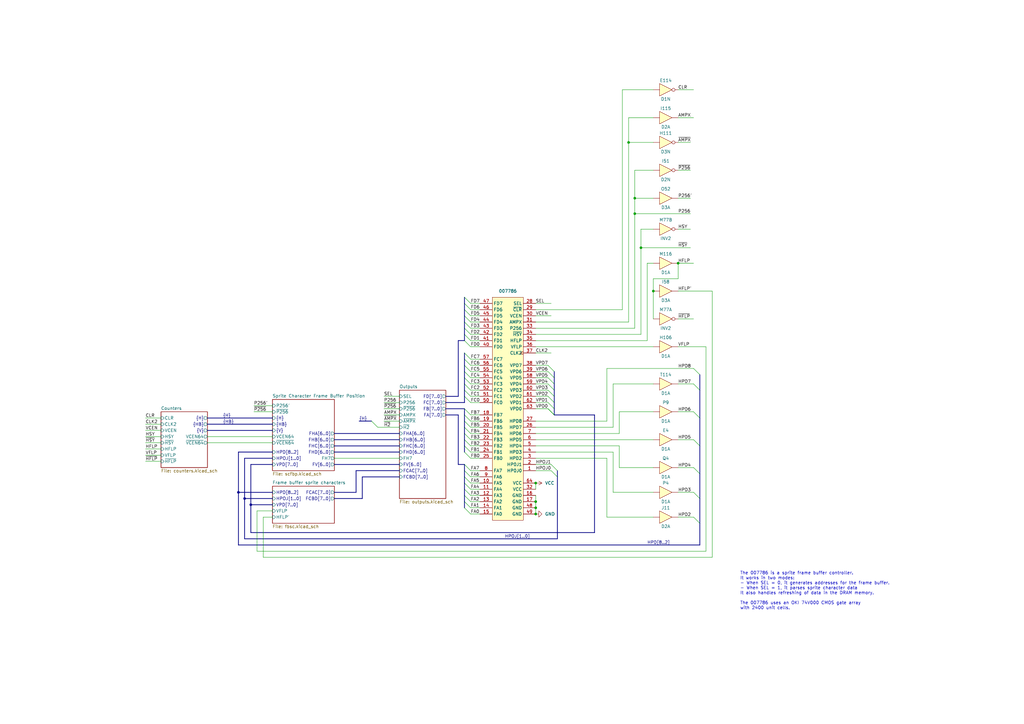
<source format=kicad_sch>
(kicad_sch (version 20230121) (generator eeschema)
  (paper "A3")
  (title_block (title "Konami 007786") (date "2024-01-28") (company "Ulf Skutnabba, twitter: @skutis77"))
  (lib_symbols
    (symbol "ga_konami:007786_internal"
      (property "Reference" "U" (at 0 50.8 0))
      (property "Value" "007786" (at 0 48.26 0))
      (symbol "007786_internal_0_0"
        (pin output line (at 11.43 -24.13 180) (length 5.08) (name "HP0J0") (number "1"))
        (pin input line (at -11.43 -29.21 0) (length 5.08) (name "FA5") (number "10"))
        (pin input line (at -11.43 -31.75 0) (length 5.08) (name "FA4") (number "11"))
        (pin input line (at -11.43 -34.29 0) (length 5.08) (name "FA3") (number "12"))
        (pin input line (at -11.43 -36.83 0) (length 5.08) (name "FA2") (number "13"))
        (pin input line (at -11.43 -39.37 0) (length 5.08) (name "FA1") (number "14"))
        (pin input line (at -11.43 -41.91 0) (length 5.08) (name "FA0") (number "15"))
        (pin power_out line (at 11.43 -34.29 180) (length 5.08) (name "GND") (number "16"))
        (pin power_out line (at 11.43 -36.83 180) (length 5.08) (name "GND") (number "17"))
        (pin input line (at -11.43 -1.27 0) (length 5.08) (name "FB7") (number "18"))
        (pin input line (at -11.43 -3.81 0) (length 5.08) (name "FB6") (number "19"))
        (pin output line (at 11.43 -21.59 180) (length 5.08) (name "HP0J1") (number "2"))
        (pin input line (at -11.43 -6.35 0) (length 5.08) (name "FB5") (number "20"))
        (pin input line (at -11.43 -8.89 0) (length 5.08) (name "FB4") (number "21"))
        (pin input line (at -11.43 -11.43 0) (length 5.08) (name "FB3") (number "22"))
        (pin input line (at -11.43 -13.97 0) (length 5.08) (name "FB2") (number "23"))
        (pin input line (at -11.43 -16.51 0) (length 5.08) (name "FB1") (number "24"))
        (pin input line (at -11.43 -19.05 0) (length 5.08) (name "FB0") (number "25"))
        (pin output line (at 11.43 -6.35 180) (length 5.08) (name "HPD7") (number "26"))
        (pin output line (at 11.43 -3.81 180) (length 5.08) (name "HPD8") (number "27"))
        (pin output line (at 11.43 44.45 180) (length 5.08) (name "SEL") (number "28"))
        (pin output line (at 11.43 -19.05 180) (length 5.08) (name "HPD2") (number "3"))
        (pin output line (at 11.43 39.37 180) (length 5.08) (name "VCEN") (number "30"))
        (pin output line (at 11.43 36.83 180) (length 5.08) (name "AMPX") (number "31"))
        (pin power_out line (at 11.43 -31.75 180) (length 5.08) (name "VCC") (number "32"))
        (pin output line (at 11.43 34.29 180) (length 5.08) (name "P256") (number "33"))
        (pin output line (at 11.43 29.21 180) (length 5.08) (name "HFLP") (number "35"))
        (pin output line (at 11.43 26.67 180) (length 5.08) (name "VFLP") (number "36"))
        (pin output clock (at 11.43 24.13 180) (length 5.08) (name "CLK2") (number "37"))
        (pin output line (at 11.43 19.05 180) (length 5.08) (name "VPD7") (number "38"))
        (pin output line (at 11.43 16.51 180) (length 5.08) (name "VPD6") (number "39"))
        (pin output line (at 11.43 -16.51 180) (length 5.08) (name "HPD3") (number "4"))
        (pin input line (at -11.43 26.67 0) (length 5.08) (name "FD0") (number "40"))
        (pin input line (at -11.43 29.21 0) (length 5.08) (name "FD1") (number "41"))
        (pin input line (at -11.43 31.75 0) (length 5.08) (name "FD2") (number "42"))
        (pin input line (at -11.43 34.29 0) (length 5.08) (name "FD3") (number "43"))
        (pin input line (at -11.43 36.83 0) (length 5.08) (name "FD4") (number "44"))
        (pin input line (at -11.43 39.37 0) (length 5.08) (name "FD5") (number "45"))
        (pin input line (at -11.43 41.91 0) (length 5.08) (name "FD6") (number "46"))
        (pin input line (at -11.43 44.45 0) (length 5.08) (name "FD7") (number "47"))
        (pin power_out line (at 11.43 -39.37 180) (length 5.08) (name "GND") (number "48"))
        (pin power_out line (at 11.43 -41.91 180) (length 5.08) (name "GND") (number "49"))
        (pin output line (at 11.43 -13.97 180) (length 5.08) (name "HPD4") (number "5"))
        (pin input line (at -11.43 3.81 0) (length 5.08) (name "FC0") (number "50"))
        (pin input line (at -11.43 6.35 0) (length 5.08) (name "FC1") (number "51"))
        (pin input line (at -11.43 8.89 0) (length 5.08) (name "FC2") (number "52"))
        (pin input line (at -11.43 11.43 0) (length 5.08) (name "FC3") (number "53"))
        (pin input line (at -11.43 13.97 0) (length 5.08) (name "FC4") (number "54"))
        (pin input line (at -11.43 16.51 0) (length 5.08) (name "FC5") (number "55"))
        (pin input line (at -11.43 19.05 0) (length 5.08) (name "FC6") (number "56"))
        (pin input line (at -11.43 21.59 0) (length 5.08) (name "FC7") (number "57"))
        (pin output line (at 11.43 13.97 180) (length 5.08) (name "VPD5") (number "58"))
        (pin output line (at 11.43 11.43 180) (length 5.08) (name "VPD4") (number "59"))
        (pin output line (at 11.43 -11.43 180) (length 5.08) (name "HPD5") (number "6"))
        (pin output line (at 11.43 8.89 180) (length 5.08) (name "VPD3") (number "60"))
        (pin output line (at 11.43 6.35 180) (length 5.08) (name "VPD2") (number "61"))
        (pin output line (at 11.43 3.81 180) (length 5.08) (name "VPD1") (number "62"))
        (pin output line (at 11.43 1.27 180) (length 5.08) (name "VPD0") (number "63"))
        (pin power_out line (at 11.43 -29.21 180) (length 5.08) (name "VCC") (number "64"))
        (pin output line (at 11.43 -8.89 180) (length 5.08) (name "HPD6") (number "7"))
        (pin input line (at -11.43 -24.13 0) (length 5.08) (name "FA7") (number "8"))
        (pin input line (at -11.43 -26.67 0) (length 5.08) (name "FA6") (number "9"))
      )
      (symbol "007786_internal_0_1"
        (rectangle (start -6.35 46.99) (end 6.35 -44.45) (fill (type background)))
      )
      (symbol "007786_internal_1_0"
        (pin output line (at 11.43 41.91 180) (length 5.08) (name "~{CLR}") (number "29"))
        (pin output line (at 11.43 31.75 180) (length 5.08) (name "~{HSY}") (number "34"))
      )
    )
    (symbol "oki-msm70v000:D1A"
      (property "Reference" "U" (at 0 3.81 0))
      (property "Value" "D1A" (at 0 -3.81 0))
      (symbol "D1A_1_1"
        (polyline (pts (xy -2.54 2.54) (xy -2.54 -2.54) (xy 2.54 0) (xy -2.54 2.54)) (fill (type background)))
        (pin input line (at -5.08 0 0) (length 2.54) (name "") (number ""))
        (pin output line (at 5.08 0 180) (length 2.54) (name "") (number ""))
      )
    )
    (symbol "oki-msm70v000:D1N"
      (property "Reference" "U" (at 0 3.81 0))
      (property "Value" "D1N" (at 0 -3.81 0))
      (symbol "D1N_1_1"
        (polyline (pts (xy -2.54 2.54) (xy -2.54 -2.54) (xy 2.54 0) (xy -2.54 2.54)) (fill (type background)))
        (pin input line (at -5.08 0 0) (length 2.54) (name "") (number ""))
        (pin output inverted (at 5.08 0 180) (length 2.54) (name "") (number ""))
      )
    )
    (symbol "oki-msm70v000:D2A"
      (property "Reference" "U" (at 0 3.81 0))
      (property "Value" "D2A" (at 0 -3.81 0))
      (symbol "D2A_1_1"
        (polyline (pts (xy -2.54 2.54) (xy -2.54 -2.54) (xy 2.54 0) (xy -2.54 2.54)) (fill (type background)))
        (pin input line (at -5.08 0 0) (length 2.54) (name "") (number ""))
        (pin output line (at 5.08 0 180) (length 2.54) (name "") (number ""))
      )
    )
    (symbol "oki-msm70v000:D2N"
      (property "Reference" "U" (at 0 3.81 0))
      (property "Value" "D2N" (at 0 -3.81 0))
      (symbol "D2N_1_1"
        (polyline (pts (xy -2.54 2.54) (xy -2.54 -2.54) (xy 2.54 0) (xy -2.54 2.54)) (fill (type background)))
        (pin input line (at -5.08 0 0) (length 2.54) (name "") (number ""))
        (pin output inverted (at 5.08 0 180) (length 2.54) (name "") (number ""))
      )
    )
    (symbol "oki-msm70v000:D3A"
      (property "Reference" "U" (at 0 3.81 0))
      (property "Value" "D3A" (at 0 -3.81 0))
      (symbol "D3A_1_1"
        (polyline (pts (xy -2.54 2.54) (xy -2.54 -2.54) (xy 2.54 0) (xy -2.54 2.54)) (fill (type background)))
        (pin input line (at -5.08 0 0) (length 2.54) (name "") (number ""))
        (pin output line (at 5.08 0 180) (length 2.54) (name "") (number ""))
      )
    )
    (symbol "oki-msm70v000:D3N"
      (property "Reference" "U" (at 0 3.81 0))
      (property "Value" "D3N" (at 0 -3.81 0))
      (symbol "D3N_1_1"
        (polyline (pts (xy -2.54 2.54) (xy -2.54 -2.54) (xy 2.54 0) (xy -2.54 2.54)) (fill (type background)))
        (pin input line (at -5.08 0 0) (length 2.54) (name "") (number ""))
        (pin output inverted (at 5.08 0 180) (length 2.54) (name "") (number ""))
      )
    )
    (symbol "oki-msm70v000:INV2" (pin_numbers hide)
      (property "Reference" "U" (at 0 3.81 0))
      (property "Value" "INV2" (at 0 -3.81 0))
      (symbol "INV2_1_1"
        (polyline (pts (xy -2.54 2.54) (xy -2.54 -2.54) (xy 2.54 0) (xy -2.54 2.54)) (fill (type background)))
        (pin input line (at -5.08 0 0) (length 2.54) (name "") (number "1"))
        (pin output inverted (at 5.08 0 180) (length 2.54) (name "") (number "2"))
      )
      (symbol "INV2_2_1"
        (polyline (pts (xy -2.54 2.54) (xy -2.54 -2.54) (xy 2.54 0) (xy -2.54 2.54)) (fill (type background)))
        (pin input line (at -5.08 0 0) (length 2.54) (name "") (number "3"))
        (pin output inverted (at 5.08 0 180) (length 2.54) (name "") (number "4"))
      )
    )
    (symbol "power:GND" (power) (pin_names (offset 0))
      (property "Value" "GND" (at 0 -3.81 0))
      (symbol "GND_0_1"
        (polyline (pts (xy 0 0) (xy 0 -1.27) (xy 1.27 -1.27) (xy 0 -2.54) (xy -1.27 -1.27) (xy 0 -1.27)))
      )
      (symbol "GND_1_1"
        (pin power_in line (at 0 0 270) (length 0) hide (name "GND") (number "1"))
      )
    )
    (symbol "power:VCC" (power) (pin_names (offset 0))
      (property "Value" "VCC" (at 0 3.81 0))
      (symbol "VCC_0_1"
        (polyline (pts (xy -0.762 1.27) (xy 0 2.54)))
        (polyline (pts (xy 0 0) (xy 0 2.54)))
        (polyline (pts (xy 0 2.54) (xy 0.762 1.27)))
      )
      (symbol "VCC_1_1"
        (pin power_in line (at 0 0 90) (length 0) hide (name "VCC") (number "1"))
      )
    )
  )
  (junction (at 267.97 119.38))
  (junction (at 219.71 198.12))
  (junction (at 102.87 207.01))
  (junction (at 262.89 101.6))
  (junction (at 219.71 208.28))
  (junction (at 257.81 58.42))
  (junction (at 219.71 205.74))
  (junction (at 100.33 204.47))
  (junction (at 278.13 107.95))
  (junction (at 260.35 81.28))
  (junction (at 97.79 201.93))
  (junction (at 260.35 87.63))
  (junction (at 219.71 210.82))
  (bus_entry (at 190.5 121.92) (size 2.54 2.54))
  (bus_entry (at 190.5 124.46) (size 2.54 2.54))
  (bus_entry (at 284.48 212.09) (size 2.54 2.54))
  (bus_entry (at 190.5 195.58) (size 2.54 2.54))
  (bus_entry (at 224.79 160.02) (size 2.54 2.54))
  (bus_entry (at 224.79 149.86) (size 2.54 2.54))
  (bus_entry (at 284.48 201.93) (size 2.54 2.54))
  (bus_entry (at 190.5 152.4) (size 2.54 2.54))
  (bus_entry (at 190.5 185.42) (size 2.54 2.54))
  (bus_entry (at 224.79 167.64) (size 2.54 2.54))
  (bus_entry (at 190.5 144.78) (size 2.54 2.54))
  (bus_entry (at 190.5 149.86) (size 2.54 2.54))
  (bus_entry (at 190.5 160.02) (size 2.54 2.54))
  (bus_entry (at 190.5 193.04) (size 2.54 2.54))
  (bus_entry (at 190.5 180.34) (size 2.54 2.54))
  (bus_entry (at 284.48 180.34) (size 2.54 2.54))
  (bus_entry (at 190.5 190.5) (size 2.54 2.54))
  (bus_entry (at 224.79 167.64) (size 2.54 2.54))
  (bus_entry (at 190.5 157.48) (size 2.54 2.54))
  (bus_entry (at 190.5 175.26) (size 2.54 2.54))
  (bus_entry (at 190.5 170.18) (size 2.54 2.54))
  (bus_entry (at 190.5 198.12) (size 2.54 2.54))
  (bus_entry (at 284.48 157.48) (size 2.54 2.54))
  (bus_entry (at 190.5 147.32) (size 2.54 2.54))
  (bus_entry (at 224.79 162.56) (size 2.54 2.54))
  (bus_entry (at 226.06 190.5) (size 2.54 2.54))
  (bus_entry (at 284.48 191.77) (size 2.54 2.54))
  (bus_entry (at 284.48 151.13) (size 2.54 2.54))
  (bus_entry (at 190.5 129.54) (size 2.54 2.54))
  (bus_entry (at 284.48 168.91) (size 2.54 2.54))
  (bus_entry (at 226.06 193.04) (size 2.54 2.54))
  (bus_entry (at 190.5 182.88) (size 2.54 2.54))
  (bus_entry (at 224.79 154.94) (size 2.54 2.54))
  (bus_entry (at 190.5 154.94) (size 2.54 2.54))
  (bus_entry (at 190.5 132.08) (size 2.54 2.54))
  (bus_entry (at 190.5 134.62) (size 2.54 2.54))
  (bus_entry (at 190.5 172.72) (size 2.54 2.54))
  (bus_entry (at 190.5 137.16) (size 2.54 2.54))
  (bus_entry (at 190.5 177.8) (size 2.54 2.54))
  (bus_entry (at 190.5 203.2) (size 2.54 2.54))
  (bus_entry (at 224.79 165.1) (size 2.54 2.54))
  (bus_entry (at 224.79 152.4) (size 2.54 2.54))
  (bus_entry (at 190.5 205.74) (size 2.54 2.54))
  (bus_entry (at 190.5 139.7) (size 2.54 2.54))
  (bus_entry (at 190.5 208.28) (size 2.54 2.54))
  (bus_entry (at 190.5 127) (size 2.54 2.54))
  (bus_entry (at 190.5 200.66) (size 2.54 2.54))
  (bus_entry (at 224.79 157.48) (size 2.54 2.54))
  (bus_entry (at 190.5 167.64) (size 2.54 2.54))
  (bus_entry (at 190.5 162.56) (size 2.54 2.54))
  (bus_entry (at 152.4 172.72) (size 2.54 2.54))
  (wire (pts (xy 248.92 172.72) (xy 248.92 151.13)))
  (wire (pts (xy 219.71 167.64) (xy 224.79 167.64)))
  (wire (pts (xy 104.14 166.37) (xy 111.76 166.37)))
  (bus (pts (xy 97.79 201.93) (xy 97.79 223.52)))
  (wire (pts (xy 193.04 137.16) (xy 196.85 137.16)))
  (bus (pts (xy 102.87 207.01) (xy 111.76 207.01)))
  (wire (pts (xy 251.46 175.26) (xy 251.46 157.48)))
  (wire (pts (xy 267.97 119.38) (xy 267.97 130.81)))
  (wire (pts (xy 267.97 191.77) (xy 254 191.77)))
  (wire (pts (xy 157.48 170.18) (xy 163.83 170.18)))
  (wire (pts (xy 262.89 93.98) (xy 267.97 93.98)))
  (bus (pts (xy 102.87 207.01) (xy 102.87 218.44)))
  (bus (pts (xy 148.59 195.58) (xy 163.83 195.58)))
  (bus (pts (xy 85.09 176.53) (xy 111.76 176.53)))
  (wire (pts (xy 193.04 147.32) (xy 196.85 147.32)))
  (wire (pts (xy 219.71 172.72) (xy 248.92 172.72)))
  (wire (pts (xy 193.04 175.26) (xy 196.85 175.26)))
  (wire (pts (xy 278.13 114.3) (xy 267.97 114.3)))
  (bus (pts (xy 190.5 134.62) (xy 190.5 137.16)))
  (wire (pts (xy 219.71 198.12) (xy 219.71 200.66)))
  (wire (pts (xy 278.13 201.93) (xy 284.48 201.93)))
  (bus (pts (xy 227.33 162.56) (xy 227.33 165.1)))
  (bus (pts (xy 190.5 180.34) (xy 190.5 182.88)))
  (wire (pts (xy 219.71 175.26) (xy 251.46 175.26)))
  (wire (pts (xy 219.71 124.46) (xy 226.06 124.46)))
  (bus (pts (xy 190.5 129.54) (xy 190.5 132.08)))
  (wire (pts (xy 193.04 160.02) (xy 196.85 160.02)))
  (wire (pts (xy 251.46 201.93) (xy 251.46 185.42)))
  (bus (pts (xy 182.88 170.18) (xy 187.96 170.18)))
  (bus (pts (xy 190.5 198.12) (xy 190.5 200.66)))
  (wire (pts (xy 193.04 129.54) (xy 196.85 129.54)))
  (wire (pts (xy 219.71 139.7) (xy 265.43 139.7)))
  (wire (pts (xy 262.89 101.6) (xy 283.21 101.6)))
  (bus (pts (xy 190.5 132.08) (xy 190.5 134.62)))
  (bus (pts (xy 190.5 144.78) (xy 190.5 147.32)))
  (wire (pts (xy 157.48 172.72) (xy 163.83 172.72)))
  (wire (pts (xy 193.04 142.24) (xy 196.85 142.24)))
  (wire (pts (xy 260.35 69.85) (xy 260.35 81.28)))
  (wire (pts (xy 193.04 149.86) (xy 196.85 149.86)))
  (wire (pts (xy 278.13 58.42) (xy 283.21 58.42)))
  (bus (pts (xy 227.33 170.18) (xy 243.84 170.18)))
  (wire (pts (xy 278.13 130.81) (xy 284.48 130.81)))
  (bus (pts (xy 287.02 160.02) (xy 287.02 171.45)))
  (wire (pts (xy 278.13 191.77) (xy 284.48 191.77)))
  (bus (pts (xy 187.96 190.5) (xy 190.5 190.5)))
  (wire (pts (xy 278.13 48.26) (xy 284.48 48.26)))
  (wire (pts (xy 257.81 132.08) (xy 257.81 58.42)))
  (wire (pts (xy 193.04 139.7) (xy 196.85 139.7)))
  (bus (pts (xy 190.5 182.88) (xy 190.5 185.42)))
  (bus (pts (xy 190.5 165.1) (xy 190.5 162.56)))
  (wire (pts (xy 278.13 36.83) (xy 284.48 36.83)))
  (wire (pts (xy 278.13 119.38) (xy 292.1 119.38)))
  (bus (pts (xy 287.02 223.52) (xy 97.79 223.52)))
  (bus (pts (xy 227.33 157.48) (xy 227.33 160.02)))
  (bus (pts (xy 147.32 172.72) (xy 152.4 172.72)))
  (wire (pts (xy 289.56 142.24) (xy 289.56 226.06)))
  (wire (pts (xy 193.04 154.94) (xy 196.85 154.94)))
  (wire (pts (xy 193.04 172.72) (xy 196.85 172.72)))
  (wire (pts (xy 219.71 132.08) (xy 257.81 132.08)))
  (bus (pts (xy 137.16 190.5) (xy 163.83 190.5)))
  (wire (pts (xy 219.71 152.4) (xy 224.79 152.4)))
  (wire (pts (xy 193.04 208.28) (xy 196.85 208.28)))
  (wire (pts (xy 262.89 137.16) (xy 262.89 101.6)))
  (bus (pts (xy 190.5 121.92) (xy 190.5 124.46)))
  (bus (pts (xy 190.5 172.72) (xy 190.5 175.26)))
  (wire (pts (xy 193.04 127) (xy 196.85 127)))
  (wire (pts (xy 105.41 226.06) (xy 105.41 209.55)))
  (bus (pts (xy 227.33 160.02) (xy 227.33 162.56)))
  (wire (pts (xy 193.04 170.18) (xy 196.85 170.18)))
  (wire (pts (xy 219.71 205.74) (xy 219.71 208.28)))
  (wire (pts (xy 265.43 139.7) (xy 265.43 107.95)))
  (wire (pts (xy 219.71 154.94) (xy 224.79 154.94)))
  (wire (pts (xy 278.13 157.48) (xy 284.48 157.48)))
  (wire (pts (xy 193.04 205.74) (xy 196.85 205.74)))
  (wire (pts (xy 219.71 142.24) (xy 267.97 142.24)))
  (wire (pts (xy 255.27 36.83) (xy 255.27 127)))
  (bus (pts (xy 190.5 190.5) (xy 190.5 193.04)))
  (wire (pts (xy 59.69 179.07) (xy 66.04 179.07)))
  (wire (pts (xy 193.04 182.88) (xy 196.85 182.88)))
  (wire (pts (xy 219.71 165.1) (xy 224.79 165.1)))
  (wire (pts (xy 59.69 176.53) (xy 66.04 176.53)))
  (wire (pts (xy 254 191.77) (xy 254 182.88)))
  (bus (pts (xy 137.16 180.34) (xy 163.83 180.34)))
  (wire (pts (xy 219.71 162.56) (xy 224.79 162.56)))
  (wire (pts (xy 292.1 119.38) (xy 292.1 228.6)))
  (wire (pts (xy 104.14 168.91) (xy 111.76 168.91)))
  (wire (pts (xy 193.04 152.4) (xy 196.85 152.4)))
  (wire (pts (xy 219.71 160.02) (xy 224.79 160.02)))
  (wire (pts (xy 248.92 212.09) (xy 267.97 212.09)))
  (bus (pts (xy 190.5 127) (xy 190.5 129.54)))
  (wire (pts (xy 267.97 114.3) (xy 267.97 119.38)))
  (wire (pts (xy 85.09 179.07) (xy 111.76 179.07)))
  (bus (pts (xy 187.96 170.18) (xy 187.96 190.5)))
  (wire (pts (xy 254 182.88) (xy 219.71 182.88)))
  (wire (pts (xy 262.89 93.98) (xy 262.89 101.6)))
  (bus (pts (xy 182.88 165.1) (xy 190.5 165.1)))
  (wire (pts (xy 248.92 151.13) (xy 284.48 151.13)))
  (bus (pts (xy 102.87 190.5) (xy 111.76 190.5)))
  (wire (pts (xy 193.04 180.34) (xy 196.85 180.34)))
  (wire (pts (xy 59.69 189.23) (xy 66.04 189.23)))
  (wire (pts (xy 193.04 210.82) (xy 196.85 210.82)))
  (bus (pts (xy 287.02 171.45) (xy 287.02 182.88)))
  (wire (pts (xy 257.81 58.42) (xy 267.97 58.42)))
  (wire (pts (xy 59.69 173.99) (xy 66.04 173.99)))
  (bus (pts (xy 190.5 124.46) (xy 190.5 127)))
  (wire (pts (xy 260.35 134.62) (xy 260.35 87.63)))
  (bus (pts (xy 187.96 139.7) (xy 190.5 139.7)))
  (bus (pts (xy 100.33 204.47) (xy 100.33 220.98)))
  (bus (pts (xy 190.5 149.86) (xy 190.5 152.4)))
  (wire (pts (xy 219.71 180.34) (xy 267.97 180.34)))
  (wire (pts (xy 107.95 212.09) (xy 111.76 212.09)))
  (wire (pts (xy 248.92 187.96) (xy 219.71 187.96)))
  (wire (pts (xy 193.04 187.96) (xy 196.85 187.96)))
  (wire (pts (xy 219.71 144.78) (xy 226.06 144.78)))
  (wire (pts (xy 278.13 81.28) (xy 283.21 81.28)))
  (wire (pts (xy 219.71 134.62) (xy 260.35 134.62)))
  (bus (pts (xy 287.02 153.67) (xy 287.02 160.02)))
  (bus (pts (xy 137.16 201.93) (xy 146.05 201.93)))
  (wire (pts (xy 260.35 69.85) (xy 267.97 69.85)))
  (wire (pts (xy 251.46 157.48) (xy 267.97 157.48)))
  (bus (pts (xy 137.16 204.47) (xy 148.59 204.47)))
  (wire (pts (xy 157.48 167.64) (xy 163.83 167.64)))
  (bus (pts (xy 190.5 137.16) (xy 190.5 139.7)))
  (wire (pts (xy 193.04 193.04) (xy 196.85 193.04)))
  (bus (pts (xy 146.05 193.04) (xy 163.83 193.04)))
  (bus (pts (xy 287.02 182.88) (xy 287.02 194.31)))
  (wire (pts (xy 193.04 124.46) (xy 196.85 124.46)))
  (wire (pts (xy 107.95 228.6) (xy 107.95 212.09)))
  (wire (pts (xy 278.13 107.95) (xy 278.13 114.3)))
  (wire (pts (xy 254 168.91) (xy 267.97 168.91)))
  (bus (pts (xy 190.5 175.26) (xy 190.5 177.8)))
  (wire (pts (xy 219.71 137.16) (xy 262.89 137.16)))
  (bus (pts (xy 148.59 204.47) (xy 148.59 195.58)))
  (bus (pts (xy 243.84 170.18) (xy 243.84 218.44)))
  (bus (pts (xy 190.5 193.04) (xy 190.5 195.58)))
  (wire (pts (xy 85.09 181.61) (xy 111.76 181.61)))
  (bus (pts (xy 228.6 220.98) (xy 100.33 220.98)))
  (bus (pts (xy 287.02 214.63) (xy 287.02 223.52)))
  (bus (pts (xy 182.88 167.64) (xy 190.5 167.64)))
  (bus (pts (xy 100.33 187.96) (xy 111.76 187.96)))
  (bus (pts (xy 190.5 205.74) (xy 190.5 208.28)))
  (bus (pts (xy 190.5 147.32) (xy 190.5 149.86)))
  (wire (pts (xy 193.04 162.56) (xy 196.85 162.56)))
  (bus (pts (xy 227.33 167.64) (xy 227.33 170.18)))
  (wire (pts (xy 193.04 200.66) (xy 196.85 200.66)))
  (bus (pts (xy 287.02 204.47) (xy 287.02 214.63)))
  (wire (pts (xy 248.92 212.09) (xy 248.92 187.96)))
  (wire (pts (xy 278.13 212.09) (xy 284.48 212.09)))
  (bus (pts (xy 85.09 173.99) (xy 111.76 173.99)))
  (bus (pts (xy 190.5 167.64) (xy 190.5 170.18)))
  (wire (pts (xy 278.13 93.98) (xy 283.21 93.98)))
  (bus (pts (xy 228.6 195.58) (xy 228.6 220.98)))
  (wire (pts (xy 193.04 203.2) (xy 196.85 203.2)))
  (wire (pts (xy 59.69 184.15) (xy 66.04 184.15)))
  (bus (pts (xy 190.5 177.8) (xy 190.5 180.34)))
  (wire (pts (xy 278.13 107.95) (xy 284.48 107.95)))
  (bus (pts (xy 227.33 154.94) (xy 227.33 157.48)))
  (wire (pts (xy 267.97 36.83) (xy 255.27 36.83)))
  (bus (pts (xy 100.33 204.47) (xy 111.76 204.47)))
  (bus (pts (xy 137.16 182.88) (xy 163.83 182.88)))
  (wire (pts (xy 59.69 186.69) (xy 66.04 186.69)))
  (wire (pts (xy 278.13 168.91) (xy 284.48 168.91)))
  (wire (pts (xy 193.04 134.62) (xy 196.85 134.62)))
  (bus (pts (xy 102.87 190.5) (xy 102.87 207.01)))
  (wire (pts (xy 219.71 208.28) (xy 219.71 210.82)))
  (bus (pts (xy 287.02 194.31) (xy 287.02 204.47)))
  (wire (pts (xy 289.56 226.06) (xy 105.41 226.06)))
  (wire (pts (xy 157.48 165.1) (xy 163.83 165.1)))
  (wire (pts (xy 193.04 177.8) (xy 196.85 177.8)))
  (bus (pts (xy 190.5 203.2) (xy 190.5 205.74)))
  (bus (pts (xy 146.05 201.93) (xy 146.05 193.04)))
  (wire (pts (xy 257.81 48.26) (xy 257.81 58.42)))
  (wire (pts (xy 251.46 201.93) (xy 267.97 201.93)))
  (bus (pts (xy 227.33 152.4) (xy 227.33 154.94)))
  (wire (pts (xy 193.04 198.12) (xy 196.85 198.12)))
  (wire (pts (xy 193.04 185.42) (xy 196.85 185.42)))
  (wire (pts (xy 292.1 228.6) (xy 107.95 228.6)))
  (bus (pts (xy 137.16 177.8) (xy 163.83 177.8)))
  (wire (pts (xy 260.35 81.28) (xy 260.35 87.63)))
  (wire (pts (xy 193.04 157.48) (xy 196.85 157.48)))
  (bus (pts (xy 243.84 218.44) (xy 102.87 218.44)))
  (wire (pts (xy 193.04 132.08) (xy 196.85 132.08)))
  (wire (pts (xy 260.35 87.63) (xy 283.21 87.63)))
  (wire (pts (xy 59.69 171.45) (xy 66.04 171.45)))
  (bus (pts (xy 137.16 185.42) (xy 163.83 185.42)))
  (bus (pts (xy 97.79 201.93) (xy 97.79 185.42)))
  (bus (pts (xy 227.33 165.1) (xy 227.33 167.64)))
  (bus (pts (xy 190.5 160.02) (xy 190.5 162.56)))
  (bus (pts (xy 97.79 185.42) (xy 111.76 185.42)))
  (wire (pts (xy 219.71 203.2) (xy 219.71 205.74)))
  (wire (pts (xy 260.35 81.28) (xy 267.97 81.28)))
  (bus (pts (xy 190.5 154.94) (xy 190.5 157.48)))
  (bus (pts (xy 85.09 171.45) (xy 111.76 171.45)))
  (wire (pts (xy 254 177.8) (xy 254 168.91)))
  (wire (pts (xy 105.41 209.55) (xy 111.76 209.55)))
  (wire (pts (xy 278.13 69.85) (xy 283.21 69.85)))
  (wire (pts (xy 219.71 190.5) (xy 226.06 190.5)))
  (bus (pts (xy 190.5 170.18) (xy 190.5 172.72)))
  (wire (pts (xy 59.69 181.61) (xy 66.04 181.61)))
  (bus (pts (xy 100.33 187.96) (xy 100.33 204.47)))
  (wire (pts (xy 278.13 180.34) (xy 284.48 180.34)))
  (wire (pts (xy 219.71 193.04) (xy 226.06 193.04)))
  (bus (pts (xy 190.5 157.48) (xy 190.5 160.02)))
  (wire (pts (xy 193.04 195.58) (xy 196.85 195.58)))
  (bus (pts (xy 190.5 200.66) (xy 190.5 203.2)))
  (bus (pts (xy 190.5 195.58) (xy 190.5 198.12)))
  (wire (pts (xy 193.04 165.1) (xy 196.85 165.1)))
  (bus (pts (xy 187.96 162.56) (xy 182.88 162.56)))
  (wire (pts (xy 255.27 127) (xy 219.71 127)))
  (wire (pts (xy 219.71 177.8) (xy 254 177.8)))
  (bus (pts (xy 97.79 201.93) (xy 111.76 201.93)))
  (bus (pts (xy 228.6 195.58) (xy 228.6 193.04)))
  (wire (pts (xy 278.13 142.24) (xy 289.56 142.24)))
  (wire (pts (xy 154.94 175.26) (xy 163.83 175.26)))
  (wire (pts (xy 257.81 48.26) (xy 267.97 48.26)))
  (wire (pts (xy 137.16 187.96) (xy 163.83 187.96)))
  (wire (pts (xy 219.71 129.54) (xy 226.06 129.54)))
  (wire (pts (xy 219.71 157.48) (xy 224.79 157.48)))
  (wire (pts (xy 265.43 107.95) (xy 267.97 107.95)))
  (bus (pts (xy 190.5 152.4) (xy 190.5 154.94)))
  (wire (pts (xy 157.48 162.56) (xy 163.83 162.56)))
  (bus (pts (xy 187.96 139.7) (xy 187.96 162.56)))
  (wire (pts (xy 219.71 149.86) (xy 224.79 149.86)))
  (wire (pts (xy 219.71 185.42) (xy 251.46 185.42)))
  (text "The 007786 is a sprite frame buffer controller.\nIt works in two modes:\n- When SEL = 0, it generates addresses for the frame buffer.\n- When SEL = 1, it parses sprite character data\nIt also handles refreshing of data in the DRAM memory.\n\nThe 007786 uses an OKI 74V000 CMOS gate array\nwith 2400 unit cells." (at 303.53 250.19 0) (effects (font (size 1.27 1.27)) (justify left bottom)))
  (label "FA3" (at 193.04 203.2 0))
  (label "FD6" (at 193.04 127 0))
  (label "HPD[8..2]" (at 265.43 223.52 0))
  (label "FB7" (at 193.04 170.18 0))
  (label "HPOJ0" (at 219.71 193.04 0))
  (label "FC1" (at 193.04 162.56 0))
  (label "FC2" (at 193.04 160.02 0))
  (label "FA1" (at 193.04 208.28 0))
  (label "FD4" (at 193.04 132.08 0))
  (label "{H}" (at 147.32 172.72 0))
  (label "FB5" (at 193.04 175.26 0))
  (label "~{AMPX}" (at 278.13 58.42 0))
  (label "VPD3" (at 219.71 160.02 0))
  (label "FD7" (at 193.04 124.46 0))
  (label "FA6" (at 193.04 195.58 0))
  (label "CLK2" (at 59.69 173.99 0))
  (label "FC3" (at 193.04 157.48 0))
  (label "SEL" (at 157.48 162.56 0))
  (label "VFLP" (at 278.13 142.24 0))
  (label "~{AMPX}" (at 157.48 172.72 0))
  (label "FC7" (at 193.04 147.32 0))
  (label "CLR" (at 59.69 171.45 0))
  (label "VPD6" (at 219.71 152.4 0))
  (label "FD3" (at 193.04 134.62 0))
  (label "P256'" (at 104.14 166.37 0))
  (label "HFLP'" (at 278.13 119.38 0))
  (label "FD1" (at 193.04 139.7 0))
  (label "FC0" (at 193.04 165.1 0))
  (label "SEL" (at 219.71 124.46 0))
  (label "~{H2}" (at 157.48 175.26 0))
  (label "~{HFLP}" (at 59.69 189.23 0))
  (label "FA0" (at 193.04 210.82 0))
  (label "CLK2" (at 219.71 144.78 0))
  (label "{H}" (at 91.44 171.45 0))
  (label "AMPX" (at 157.48 170.18 0))
  (label "VPD7" (at 219.71 149.86 0))
  (label "HFLP" (at 59.69 184.15 0))
  (label "FD0" (at 193.04 142.24 0))
  (label "HPOJ[1..0]" (at 207.01 220.98 0))
  (label "FC4" (at 193.04 154.94 0))
  (label "P256'" (at 278.13 81.28 0))
  (label "AMPX" (at 278.13 48.26 0))
  (label "FB1" (at 193.04 185.42 0))
  (label "~{P256}" (at 157.48 167.64 0))
  (label "~{HSY}" (at 59.69 181.61 0))
  (label "VPD2" (at 219.71 162.56 0))
  (label "FD2" (at 193.04 137.16 0))
  (label "CLR" (at 278.13 36.83 0))
  (label "~{HSY}" (at 278.13 101.6 0))
  (label "HFLP" (at 278.13 107.95 0))
  (label "~{P256}" (at 278.13 69.85 0))
  (label "VPD0" (at 219.71 167.64 0))
  (label "HSY" (at 278.13 93.98 0))
  (label "FA5" (at 193.04 198.12 0))
  (label "~{HFLP}" (at 278.13 130.81 0))
  (label "FB3" (at 193.04 180.34 0))
  (label "{HB}" (at 91.44 173.99 0))
  (label "HPD3" (at 278.13 201.93 0))
  (label "HPD6" (at 278.13 168.91 0))
  (label "FA4" (at 193.04 200.66 0))
  (label "FB6" (at 193.04 172.72 0))
  (label "HSY" (at 59.69 179.07 0))
  (label "VPD4" (at 219.71 157.48 0))
  (label "FB4" (at 193.04 177.8 0))
  (label "FA7" (at 193.04 193.04 0))
  (label "FC6" (at 193.04 149.86 0))
  (label "VPD5" (at 219.71 154.94 0))
  (label "HPD8" (at 278.13 151.13 0))
  (label "VCEN" (at 219.71 129.54 0))
  (label "~{P256}" (at 104.14 168.91 0))
  (label "HPD4" (at 278.13 191.77 0))
  (label "HPD5" (at 278.13 180.34 0))
  (label "VCEN" (at 59.69 176.53 0))
  (label "FD5" (at 193.04 129.54 0))
  (label "HPD2" (at 278.13 212.09 0))
  (label "FB0" (at 193.04 187.96 0))
  (label "FB2" (at 193.04 182.88 0))
  (label "P256" (at 278.13 87.63 0))
  (label "FA2" (at 193.04 205.74 0))
  (label "FC5" (at 193.04 152.4 0))
  (label "HPOJ1" (at 219.71 190.5 0))
  (label "VPD1" (at 219.71 165.1 0))
  (label "VFLP" (at 59.69 186.69 0))
  (label "HPD7" (at 278.13 157.48 0))
  (label "P256" (at 157.48 165.1 0))
  (symbol (lib_id "oki-msm70v000:D3A") (at 273.05 81.28 0) (unit 1)
    (property "Reference" "O52" (at 273.05 77.47 0))
    (property "Value" "D3A" (at 273.05 85.09 0))
  )
  (symbol (lib_id "oki-msm70v000:D1A") (at 273.05 157.48 0) (unit 1)
    (property "Reference" "T114" (at 273.05 153.67 0))
    (property "Value" "D1A" (at 273.05 161.29 0))
  )
  (symbol (lib_id "oki-msm70v000:D1A") (at 273.05 107.95 0) (unit 1)
    (property "Reference" "M116" (at 273.05 104.14 0))
    (property "Value" "D1A" (at 273.05 111.76 0))
  )
  (symbol (lib_id "oki-msm70v000:D1A") (at 273.05 180.34 0) (unit 1)
    (property "Reference" "E4" (at 273.05 176.53 0))
    (property "Value" "D1A" (at 273.05 184.15 0))
  )
  (symbol (lib_id "oki-msm70v000:D1A") (at 273.05 201.93 0) (unit 1)
    (property "Reference" "P4" (at 273.05 198.12 0))
    (property "Value" "D1A" (at 273.05 205.74 0))
  )
  (symbol (lib_id "oki-msm70v000:D1A") (at 273.05 191.77 0) (unit 1)
    (property "Reference" "Q4" (at 273.05 187.96 0))
    (property "Value" "D1A" (at 273.05 195.58 0))
  )
  (symbol (lib_id "power:VCC") (at 219.71 198.12 270) (unit 1)
    (property "Reference" "#PWR01" (effects hide))
    (property "Value" "VCC" (at 223.52 198.12 90) (effects (justify left)))
  )
  (symbol (lib_id "oki-msm70v000:D2N") (at 273.05 69.85 0) (unit 1)
    (property "Reference" "I51" (at 273.05 66.04 0))
    (property "Value" "D2N" (at 273.05 73.66 0))
  )
  (symbol (lib_id "oki-msm70v000:D1N") (at 273.05 36.83 0) (unit 1)
    (property "Reference" "E114" (at 273.05 33.02 0))
    (property "Value" "D1N" (at 273.05 40.64 0))
  )
  (symbol (lib_id "ga_konami:007786_internal") (at 208.28 168.91 0) (unit 1)
    (property "Reference" "U1" (effects hide))
    (property "Value" "007786" (at 208.28 119.38 0))
  )
  (symbol (lib_id "oki-msm70v000:INV2") (at 273.05 93.98 0) (unit 2)
    (property "Reference" "M77" (at 273.05 90.17 0))
    (property "Value" "INV2" (at 273.05 97.79 0))
  )
  (symbol (lib_id "oki-msm70v000:D2A") (at 273.05 48.26 0) (unit 1)
    (property "Reference" "I115" (at 273.05 44.45 0))
    (property "Value" "D2A" (at 273.05 52.07 0))
  )
  (symbol (lib_id "oki-msm70v000:D2A") (at 273.05 212.09 0) (unit 1)
    (property "Reference" "J11" (at 273.05 208.28 0))
    (property "Value" "D2A" (at 273.05 215.9 0))
  )
  (symbol (lib_id "oki-msm70v000:D1A") (at 273.05 142.24 0) (unit 1)
    (property "Reference" "H106" (at 273.05 138.43 0))
    (property "Value" "D1A" (at 273.05 146.05 0))
  )
  (symbol (lib_id "oki-msm70v000:INV2") (at 273.05 130.81 0) (unit 1)
    (property "Reference" "M77" (at 273.05 127 0))
    (property "Value" "INV2" (at 273.05 134.62 0))
  )
  (symbol (lib_id "oki-msm70v000:D3A") (at 273.05 119.38 0) (unit 1)
    (property "Reference" "I58" (at 273.05 115.57 0))
    (property "Value" "D3A" (at 273.05 123.19 0))
  )
  (symbol (lib_id "power:GND") (at 219.71 210.82 90) (unit 1)
    (property "Reference" "#PWR02" (effects hide))
    (property "Value" "GND" (at 223.52 210.82 90) (effects (justify right)))
  )
  (symbol (lib_id "oki-msm70v000:D1A") (at 273.05 168.91 0) (unit 1)
    (property "Reference" "P9" (at 273.05 165.1 0))
    (property "Value" "D1A" (at 273.05 172.72 0))
  )
  (symbol (lib_id "oki-msm70v000:D3N") (at 273.05 58.42 0) (unit 1)
    (property "Reference" "H111" (at 273.05 54.61 0))
    (property "Value" "D3N" (at 273.05 62.23 0))
  )
  (sheet (at 111.76 163.83) (size 25.4 29.21) (stroke (width 0.1524))
    (property "Sheetname" "Sprite Character Frame Buffer Position" (at 111.76 163.1184 0) (effects (justify left bottom)))
    (property "Sheetfile" "scfbp.kicad_sch" (at 111.76 193.6246 0) (effects (justify left top)))
    (pin "~{P256}" input (at 111.76 168.91 180))
    (pin "P256'" input (at 111.76 166.37 180))
    (pin "VCEN64" input (at 111.76 179.07 180))
    (pin "FHD[6..0]" output (at 137.16 185.42 0))
    (pin "FV[6..0]" output (at 137.16 190.5 0))
    (pin "FHC[6..0]" output (at 137.16 182.88 0))
    (pin "{H}" input (at 111.76 171.45 180))
    (pin "{HB}" input (at 111.76 173.99 180))
    (pin "FHB[6..0]" output (at 137.16 180.34 0))
    (pin "HPOJ[1..0]" input (at 111.76 187.96 180))
    (pin "VPD[7..0]" input (at 111.76 190.5 180))
    (pin "HPD[8..2]" input (at 111.76 185.42 180))
    (pin "FH7" output (at 137.16 187.96 0))
    (pin "FHA[6..0]" output (at 137.16 177.8 0))
    (pin "{V}" input (at 111.76 176.53 180))
    (pin "~{VCEN64}" input (at 111.76 181.61 180))
  )
  (sheet (at 163.83 160.02) (size 19.05 44.45) (stroke (width 0.1524))
    (property "Sheetname" "Outputs" (at 163.83 159.3084 0) (effects (justify left bottom)))
    (property "Sheetfile" "outputs.kicad_sch" (at 163.83 205.0546 0) (effects (justify left top)))
    (pin "FC[7..0]" output (at 182.88 165.1 0))
    (pin "FD[7..0]" output (at 182.88 162.56 0))
    (pin "AMPX" input (at 163.83 170.18 180))
    (pin "~{AMPX}" input (at 163.83 172.72 180))
    (pin "SEL" input (at 163.83 162.56 180))
    (pin "P256" input (at 163.83 165.1 180))
    (pin "FB[7..0]" output (at 182.88 167.64 0))
    (pin "FA[7..0]" output (at 182.88 170.18 0))
    (pin "~{H2}" input (at 163.83 175.26 180))
    (pin "~{P256}" input (at 163.83 167.64 180))
    (pin "FV[6..0]" input (at 163.83 190.5 180))
    (pin "FHC[6..0]" input (at 163.83 182.88 180))
    (pin "FHA[6..0]" input (at 163.83 177.8 180))
    (pin "FH7" input (at 163.83 187.96 180))
    (pin "FHB[6..0]" input (at 163.83 180.34 180))
    (pin "FHD[6..0]" input (at 163.83 185.42 180))
    (pin "FCAC[7..0]" input (at 163.83 193.04 180))
    (pin "FCBD[7..0]" input (at 163.83 195.58 180))
  )
  (sheet (at 111.76 199.39) (size 25.4 15.24) (stroke (width 0.1524))
    (property "Sheetname" "Frame buffer sprite characters" (at 111.76 198.6784 0) (effects (justify left bottom)))
    (property "Sheetfile" "fbsc.kicad_sch" (at 111.76 215.2146 0) (effects (justify left top)))
    (pin "VFLP" input (at 111.76 209.55 180))
    (pin "HPD[8..2]" input (at 111.76 201.93 180))
    (pin "VPD[7..0]" input (at 111.76 207.01 180))
    (pin "FCAC[7..0]" output (at 137.16 201.93 0))
    (pin "FCBD[7..0]" output (at 137.16 204.47 0))
    (pin "HPOJ[1..0]" input (at 111.76 204.47 180))
    (pin "HFLP'" input (at 111.76 212.09 180))
  )
  (sheet (at 66.04 168.91) (size 19.05 22.86) (stroke (width 0.1524))
    (property "Sheetname" "Counters" (at 66.04 168.1984 0) (effects (justify left bottom)))
    (property "Sheetfile" "counters.kicad_sch" (at 66.04 192.3546 0) (effects (justify left top)))
    (pin "CLK2" input (at 66.04 173.99 180))
    (pin "CLR" input (at 66.04 171.45 180))
    (pin "VCEN" input (at 66.04 176.53 180))
    (pin "~{HSY}" input (at 66.04 181.61 180))
    (pin "HFLP" input (at 66.04 184.15 180))
    (pin "VFLP" input (at 66.04 186.69 180))
    (pin "HSY" input (at 66.04 179.07 180))
    (pin "~{HFLP}" input (at 66.04 189.23 180))
    (pin "{HB}" output (at 85.09 173.99 0))
    (pin "~{VCEN64}" output (at 85.09 181.61 0))
    (pin "VCEN64" output (at 85.09 179.07 0))
    (pin "{H}" output (at 85.09 171.45 0))
    (pin "{V}" output (at 85.09 176.53 0))
  )
)
</source>
